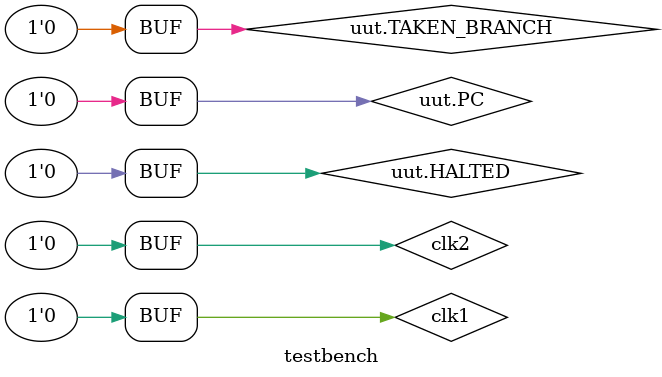
<source format=v>
`timescale 1ns / 1ps
module testbench;
reg clk1,clk2;

integer k;

mips32_core uut(
.clk1(clk1),.clk2(clk2));

initial
begin
clk1=0;  clk2=0;
repeat(60)
begin
#5 clk1=1; #5 clk1=0;
#5 clk2=1; #5 clk2=0;
end
end

initial
begin

//Data with dependencies
uut.Mem[0] = 32'h20190200;   //ADDI t9,zero,0x200
uut.Mem[1] = 32'h20180300;  //ADDI t8,zero,0x300
uut.Mem[2] = 32'h03191020;  //ADD $v0 $t8 $t9

//Branching Instructions
uut.Mem[3] = 32'h13190002; //beq t8 t9 0x2 // To Memory Address 5
uut.Mem[4] = 32'h17190005; //bne t8 t9 0x5 // To Memory Address 9

//Load& Store ( BEQ)
uut.Mem[5]= 32'h8C100023; //lw s0 0x23 zero
uut.Mem[6]= 32'h8C110043; //lw s1 0x43 zero
uut.Mem[7]= 32'hAC180050; //sw t8 0x50 zero
uut.Mem[8]= 32'hAC190051; //sw t9 0x51 zero

//Load & Store (BNE)
uut.Mem[9]= 32'h8C100024 ;//lw s0 0x24 zero
uut.Mem[10]= 32'h8C110044 ;//lw s1 0x44 zero
uut.Mem[11]= 32'hAC100050; //sw s0 0x50 zero
uut.Mem[12]= 32'hAC110051 ;//sw s1 0x51 zero

//Arithmetic Operations

uut.Mem[13]= 32'h02119020; //add s2 s0 s1
uut.Mem[14]= 32'h02509822; //sub s3 s2 s0
uut.Mem[15]= 32'h0260A020; //add s4 s3 zero
uut.Mem[16]= 32'h0272A82A; //slt s5 s3 s2
uut.Mem[17]= 32'h0015B080; //sll s6 s5 0x2
uut.Mem[18]= 32'h0016B842; //srl s7 s6 0x1
uut.Mem[19]= 32'h02F64025; //or t0 s7 s6


uut.Mem[10'h23]=32'd1;
uut.Mem[10'h24]=32'd11;
uut.Mem[10'h43]=32'd22;
uut.Mem[10'h44]=32'd33;

uut.HALTED = 0;
uut.PC = 0;
uut.TAKEN_BRANCH=0;

end


endmodule
</source>
